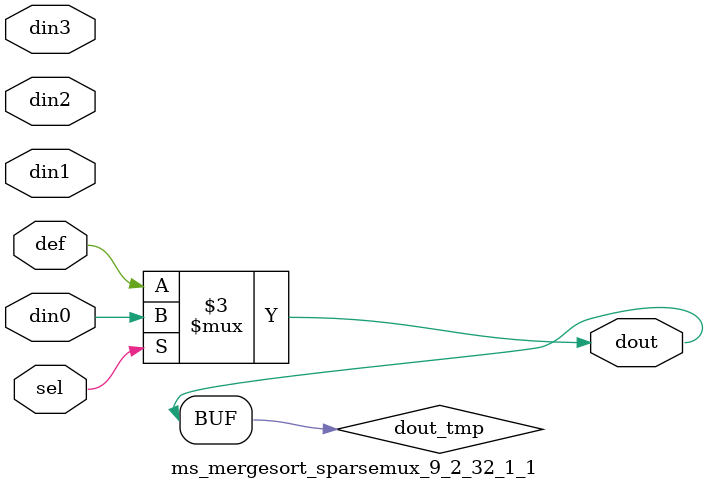
<source format=v>

module ms_mergesort_sparsemux_9_2_32_1_1 (din0,din1,din2,din3,def,sel,dout);  
parameter din0_WIDTH = 1;
parameter din1_WIDTH = 1;
parameter din2_WIDTH = 1;
parameter din3_WIDTH = 1;
parameter def_WIDTH = 1;
parameter sel_WIDTH = 1;
parameter dout_WIDTH = 1;
parameter [sel_WIDTH-1:0] CASE0 = 1;
parameter [sel_WIDTH-1:0] CASE1 = 1;
parameter [sel_WIDTH-1:0] CASE2 = 1;
parameter [sel_WIDTH-1:0] CASE3 = 1;
parameter ID = 1;
parameter NUM_STAGE = 1;
input [din0_WIDTH-1:0] din0;
input [din1_WIDTH-1:0] din1;
input [din2_WIDTH-1:0] din2;
input [din3_WIDTH-1:0] din3;
input [def_WIDTH-1:0] def;
input [sel_WIDTH-1:0] sel;
output [dout_WIDTH-1:0] dout;
reg [dout_WIDTH-1:0] dout_tmp;
always @ (*) begin
(* parallel_case *) case (sel)
    CASE0 : dout_tmp = din0;
    CASE1 : dout_tmp = din1;
    CASE2 : dout_tmp = din2;
    CASE3 : dout_tmp = din3;
    default : dout_tmp = def;
endcase
end
assign dout = dout_tmp;
endmodule

</source>
